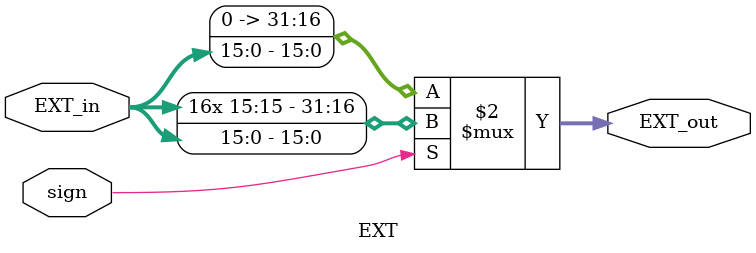
<source format=v>
module EXT(EXT_in,sign,EXT_out);
  input [15:0]EXT_in;
  input sign;//1:sign ext 0:unsign ext
  output [31:0]EXT_out;
  
  assign EXT_out=(sign==1)? {{16{EXT_in[15]}},EXT_in}:{16'b0,EXT_in};
endmodule

</source>
